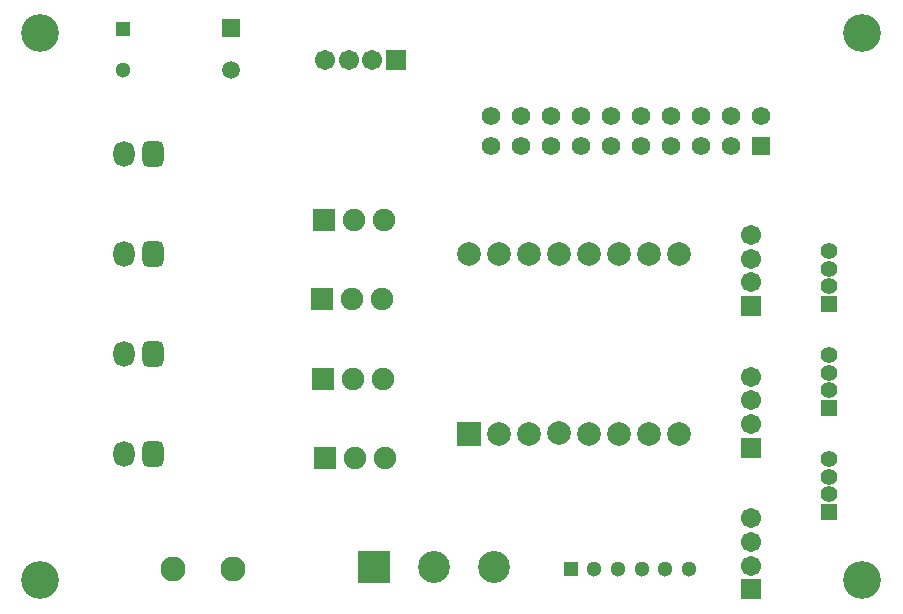
<source format=gbs>
G04*
G04 #@! TF.GenerationSoftware,Altium Limited,Altium Designer,20.1.8 (145)*
G04*
G04 Layer_Color=16711935*
%FSLAX25Y25*%
%MOIN*%
G70*
G04*
G04 #@! TF.SameCoordinates,5DAE46FA-DCB4-4479-A142-53610109B6E0*
G04*
G04*
G04 #@! TF.FilePolarity,Negative*
G04*
G01*
G75*
%ADD33C,0.12611*%
%ADD34C,0.05918*%
%ADD35R,0.05918X0.05918*%
%ADD36C,0.06706*%
%ADD37R,0.06706X0.06706*%
%ADD38R,0.10642X0.10642*%
%ADD39C,0.10642*%
%ADD40R,0.07887X0.07887*%
%ADD41C,0.07887*%
%ADD42C,0.05524*%
%ADD43R,0.05524X0.05524*%
%ADD44C,0.06181*%
%ADD45R,0.06181X0.06181*%
%ADD46R,0.07493X0.07493*%
%ADD47C,0.07493*%
G04:AMPARAMS|DCode=48|XSize=86.74mil|YSize=70.99mil|CornerRadius=19.75mil|HoleSize=0mil|Usage=FLASHONLY|Rotation=270.000|XOffset=0mil|YOffset=0mil|HoleType=Round|Shape=RoundedRectangle|*
%AMROUNDEDRECTD48*
21,1,0.08674,0.03150,0,0,270.0*
21,1,0.04724,0.07099,0,0,270.0*
1,1,0.03950,-0.01575,-0.02362*
1,1,0.03950,-0.01575,0.02362*
1,1,0.03950,0.01575,0.02362*
1,1,0.03950,0.01575,-0.02362*
%
%ADD48ROUNDEDRECTD48*%
%ADD49O,0.07099X0.08674*%
%ADD50R,0.06706X0.06706*%
%ADD51C,0.08280*%
%ADD52C,0.05118*%
%ADD53R,0.05118X0.05118*%
%ADD54R,0.05118X0.05118*%
D33*
X287402Y195669D02*
D03*
Y13386D02*
D03*
X13386D02*
D03*
Y195669D02*
D03*
D34*
X76985Y183481D02*
D03*
D35*
Y197261D02*
D03*
D36*
X250394Y81102D02*
D03*
Y65354D02*
D03*
Y73228D02*
D03*
Y128347D02*
D03*
Y112598D02*
D03*
Y120472D02*
D03*
Y33858D02*
D03*
Y18110D02*
D03*
Y25984D02*
D03*
X108268Y186811D02*
D03*
X124016D02*
D03*
X116142D02*
D03*
D37*
X250394Y57480D02*
D03*
Y104724D02*
D03*
Y10236D02*
D03*
D38*
X124488Y17717D02*
D03*
D39*
X144488D02*
D03*
X164488D02*
D03*
D40*
X156339Y62126D02*
D03*
D41*
X166339D02*
D03*
X176339D02*
D03*
X196339D02*
D03*
X206339D02*
D03*
X216339D02*
D03*
X226339D02*
D03*
X156339Y122126D02*
D03*
X166339D02*
D03*
X176339D02*
D03*
X186339D02*
D03*
X196339D02*
D03*
X206339D02*
D03*
X216339D02*
D03*
X226339D02*
D03*
X186221Y62205D02*
D03*
D42*
X276378Y123015D02*
D03*
Y117109D02*
D03*
Y111204D02*
D03*
Y88352D02*
D03*
Y82447D02*
D03*
Y76541D02*
D03*
Y41879D02*
D03*
Y47784D02*
D03*
Y53690D02*
D03*
D43*
Y105298D02*
D03*
Y70636D02*
D03*
Y35973D02*
D03*
D44*
X163661Y167913D02*
D03*
X173661D02*
D03*
X183661D02*
D03*
X193661D02*
D03*
X203661D02*
D03*
X213661D02*
D03*
X223661D02*
D03*
X233661D02*
D03*
X243661D02*
D03*
X253661D02*
D03*
X163661Y157913D02*
D03*
X173661D02*
D03*
X183661D02*
D03*
X193661D02*
D03*
X203661D02*
D03*
X213661D02*
D03*
X223661D02*
D03*
X233661D02*
D03*
X243661D02*
D03*
D45*
X253661D02*
D03*
D46*
X107953Y133465D02*
D03*
X107323Y106955D02*
D03*
X107480Y80446D02*
D03*
X108268Y53937D02*
D03*
D47*
X117953Y133465D02*
D03*
X127953D02*
D03*
X117323Y106955D02*
D03*
X127323D02*
D03*
X117480Y80446D02*
D03*
X127480D02*
D03*
X118268Y53937D02*
D03*
X128268D02*
D03*
D48*
X50984Y155315D02*
D03*
Y55462D02*
D03*
Y88746D02*
D03*
Y122030D02*
D03*
D49*
X41142Y155315D02*
D03*
Y55462D02*
D03*
Y88746D02*
D03*
Y122030D02*
D03*
D50*
X131890Y186811D02*
D03*
D51*
X57583Y16862D02*
D03*
X77583D02*
D03*
D52*
X229528Y16929D02*
D03*
X221654D02*
D03*
X213779D02*
D03*
X205906D02*
D03*
X198031D02*
D03*
X40945Y183268D02*
D03*
D53*
X190157Y16929D02*
D03*
D54*
X40945Y197047D02*
D03*
M02*

</source>
